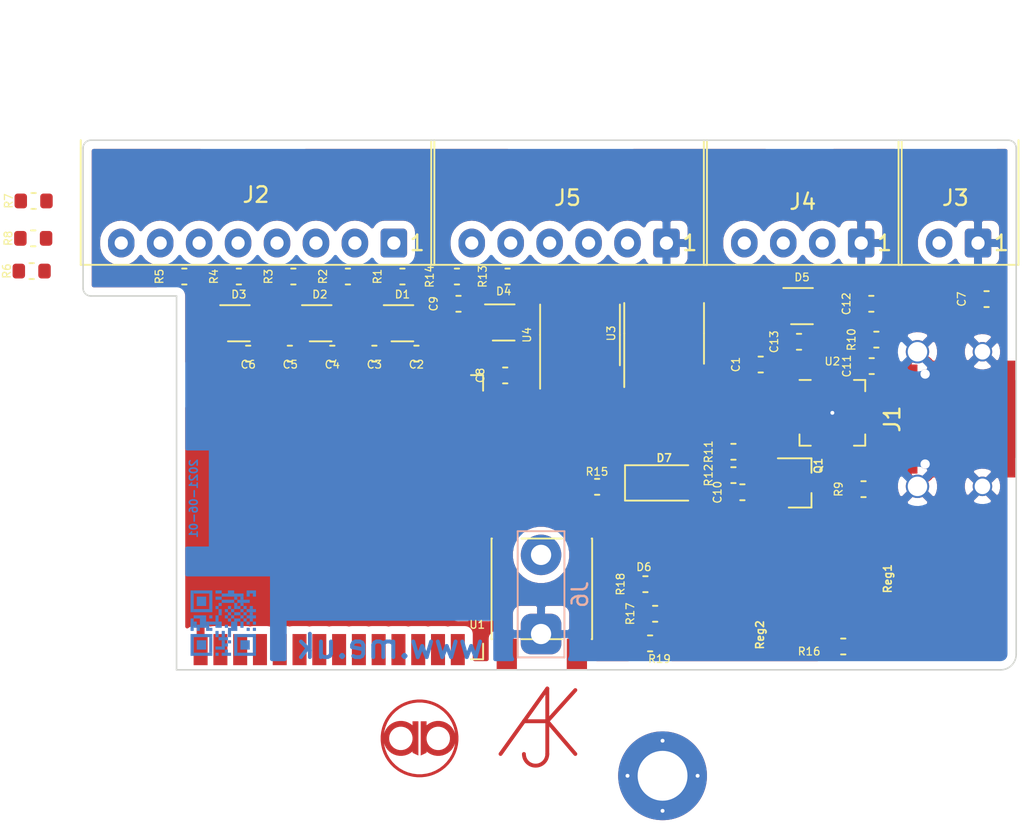
<source format=kicad_pcb>
(kicad_pcb (version 20171130) (host pcbnew "(5.1.9-0-10_14)")
  (title_block (title "Remote I/O") (date 2021-07-20) (rev 1) (company "Adrian Kennard Andrews & Arnold Ltd") (comment 1 www.me.uk))
  (layers (0 F.Cu signal) (31 B.Cu signal) (34 B.Paste user) (35 F.Paste user) (36 B.SilkS user) (37 F.SilkS user) (38 B.Mask user hide) (39 F.Mask user hide) (44 Edge.Cuts user))
  (net 0 "")
  (net 1 +3V3)
  (net 2 VBUS)
  (net 3 GND)
  (net 4 RFTX)
  (net 5 RFRX)
  (net 6 +5V)
  (net 7 D-)
  (net 8 D+)
  (net 9 "Net-(Q1-Pad1)")
  (net 10 OUT1)
  (net 11 SHDN)
  (net 12 O)
  (net 13 I)
  (net 14 "Net-(U1-Pad32)")
  (net 15 IN1)
  (net 16 IN2)
  (net 17 IN3)
  (net 18 "Net-(U1-Pad22)")
  (net 19 "Net-(U1-Pad21)")
  (net 20 "Net-(U1-Pad20)")
  (net 21 "Net-(U1-Pad19)")
  (net 22 "Net-(U1-Pad18)")
  (net 23 "Net-(U1-Pad17)")
  (net 24 "Net-(U1-Pad7)")
  (net 25 EN)
  (net 26 +12V)
  (net 27 "Net-(J1-PadA8)")
  (net 28 "Net-(J1-PadA5)")
  (net 29 "Net-(J1-PadB5)")
  (net 30 "Net-(J1-PadB8)")
  (net 31 "Net-(J5-Pad2)")
  (net 32 "Net-(Q1-Pad3)")
  (net 33 "Net-(U1-Pad5)")
  (net 34 "Net-(U1-Pad4)")
  (net 35 TAMPER)
  (net 36 "Net-(U2-Pad16)")
  (net 37 "Net-(U2-Pad14)")
  (net 38 "Net-(U2-Pad7)")
  (net 39 IN4)
  (net 40 IN5)
  (net 41 IN6)
  (net 42 "Net-(J5-Pad3)")
  (net 43 "Net-(J2-Pad4)")
  (net 44 "Net-(J2-Pad3)")
  (net 45 BOOT)
  (net 46 IN7)
  (net 47 IN8)
  (net 48 "Net-(C10-Pad1)")
  (net 49 "Net-(C11-Pad1)")
  (net 50 "Net-(D6-Pad4)")
  (net 51 "Net-(D6-Pad3)")
  (net 52 "Net-(D6-Pad2)")
  (net 53 "Net-(J2-Pad8)")
  (net 54 "Net-(J2-Pad7)")
  (net 55 "Net-(J2-Pad6)")
  (net 56 "Net-(J2-Pad5)")
  (net 57 "Net-(J2-Pad2)")
  (net 58 "Net-(J2-Pad1)")
  (net 59 "Net-(J4-Pad4)")
  (net 60 "Net-(J4-Pad3)")
  (net 61 "Net-(J5-Pad6)")
  (net 62 "Net-(J5-Pad5)")
  (net 63 "Net-(J5-Pad4)")
  (net 64 R)
  (net 65 G)
  (net 66 B)
  (net 67 OUT3)
  (net 68 OUT2)
  (net 69 OUT4)
  (net 70 USB)
  (net 71 "Net-(U3-Pad8)")
  (net 72 "Net-(U3-Pad1)")
  (net 73 "Net-(U4-Pad8)")
  (net 74 "Net-(U4-Pad1)")
  (module RevK:AA (layer F.Cu) (at 121.6 106.8)
    (fp_text reference U5 hide)
    (fp_text value AA hide)
    (pad 1 smd custom (at 0 0) (size 0.2 0.2) (layers F.Cu) (clearance 0.3) (options (clearance outline) (anchor circle)) (primitives (gr_circle (center 0 -2.4) (end 2.4 -2.4) (width 0.2)) (gr_circle (center 1.2 -2.4) (end 2.1375 -2.4) (width 0.375)) (gr_circle (center -1.2 -2.4) (end -0.2625 -2.4) (width 0.375)) (gr_poly (pts (xy -0.075 -3.5) (xy -0.075 -1.3) (xy -0.45 -1.475) (xy -0.45 -3.5)) (width 0)) (gr_poly (pts (xy 0.075 -3.5) (xy 0.075 -1.3) (xy 0.45 -1.475) (xy 0.45 -3.5)) (width 0))))
  )
  (module Package_SO:SO-8_3.9x4.9mm_P1.27mm (layer F.Cu) (at 131.9 78.5 90)
    (fp_text reference U4 (at 0 -3.4 90) (layer F.SilkS) (effects (font (size 0.5 0.5) (thickness 0.08))))
    (fp_text value ISL89410)
    (pad 8 smd roundrect (at 2.575 -1.905 90) (size 1.75 0.6) (layers F.Cu F.Paste F.Mask) (net 73 "Net-(U4-Pad8)"))
    (pad 7 smd roundrect (at 2.575 -0.635 90) (size 1.75 0.6) (layers F.Cu F.Paste F.Mask) (net 62 "Net-(J5-Pad5)"))
    (pad 6 smd roundrect (at 2.575 0.635 90) (size 1.75 0.6) (layers F.Cu F.Paste F.Mask) (net 31 "Net-(J5-Pad2)"))
    (pad 5 smd roundrect (at 2.575 1.905 90) (size 1.75 0.6) (layers F.Cu F.Paste F.Mask) (net 61 "Net-(J5-Pad6)"))
    (pad 4 smd roundrect (at -2.575 1.905 90) (size 1.75 0.6) (layers F.Cu F.Paste F.Mask) (net 69 OUT4))
    (pad 3 smd roundrect (at -2.575 0.635 90) (size 1.75 0.6) (layers F.Cu F.Paste F.Mask) (net 3 GND))
    (pad 2 smd roundrect (at -2.575 -0.635 90) (size 1.75 0.6) (layers F.Cu F.Paste F.Mask) (net 67 OUT3))
    (pad 1 smd roundrect (at -2.575 -1.905 90) (size 1.75 0.6) (layers F.Cu F.Paste F.Mask) (net 74 "Net-(U4-Pad1)"))
  )
  (module Package_SO:SO-8_3.9x4.9mm_P1.27mm (layer F.Cu) (at 137.3 78.4 90)
    (fp_text reference U3 (at 0 -3.4 90) (layer F.SilkS) (effects (font (size 0.5 0.5) (thickness 0.08))))
    (fp_text value ISL89410)
    (pad 8 smd roundrect (at 2.575 -1.905 90) (size 1.75 0.6) (layers F.Cu F.Paste F.Mask) (net 71 "Net-(U3-Pad8)"))
    (pad 7 smd roundrect (at 2.575 -0.635 90) (size 1.75 0.6) (layers F.Cu F.Paste F.Mask) (net 42 "Net-(J5-Pad3)"))
    (pad 6 smd roundrect (at 2.575 0.635 90) (size 1.75 0.6) (layers F.Cu F.Paste F.Mask) (net 31 "Net-(J5-Pad2)"))
    (pad 5 smd roundrect (at 2.575 1.905 90) (size 1.75 0.6) (layers F.Cu F.Paste F.Mask) (net 63 "Net-(J5-Pad4)"))
    (pad 4 smd roundrect (at -2.575 1.905 90) (size 1.75 0.6) (layers F.Cu F.Paste F.Mask) (net 68 OUT2))
    (pad 3 smd roundrect (at -2.575 0.635 90) (size 1.75 0.6) (layers F.Cu F.Paste F.Mask) (net 3 GND))
    (pad 2 smd roundrect (at -2.575 -0.635 90) (size 1.75 0.6) (layers F.Cu F.Paste F.Mask) (net 10 OUT1))
    (pad 1 smd roundrect (at -2.575 -1.905 90) (size 1.75 0.6) (layers F.Cu F.Paste F.Mask) (net 72 "Net-(U3-Pad1)"))
  )
  (module RevK:QFN-20-1EP_4x4mm_P0.5mm_EP2.5x2.5mm (layer F.Cu) (at 148.1 83.5)
    (fp_text reference U2 (at 0 -3.3) (layer F.SilkS) (effects (font (size 0.5 0.5) (thickness 0.08))))
    (fp_text value FT231XQ)
    (pad 21 thru_hole circle (at 0 0) (size 0.35 0.35) (drill 0.25) (layers *.Cu *.Mask) (net 3 GND) (clearance 0.1))
    (pad 21 smd custom (at 0 0) (size 1 1) (layers F.Cu F.Mask) (net 3 GND) (options (clearance outline) (anchor rect)) (primitives (gr_poly (pts (xy -1 -0.75) (xy -1 1) (xy 1 1) (xy 1 -1) (xy -0.75 -1)) (width 0))))
    (pad 20 smd roundrect (at -1 -1.9) (size 0.25 0.7) (layers F.Cu F.Paste F.Mask) (net 1 +3V3))
    (pad 19 smd roundrect (at -0.5 -1.9) (size 0.25 0.7) (layers F.Cu F.Paste F.Mask) (net 25 EN))
    (pad 18 smd roundrect (at 0 -1.9) (size 0.25 0.7) (layers F.Cu F.Paste F.Mask) (net 45 BOOT))
    (pad 17 smd roundrect (at 0.5 -1.9) (size 0.25 0.7) (layers F.Cu F.Paste F.Mask) (net 13 I))
    (pad 16 smd roundrect (at 1 -1.9) (size 0.25 0.7) (layers F.Cu F.Paste F.Mask) (net 36 "Net-(U2-Pad16)"))
    (pad 15 smd roundrect (at 1.9 -1) (size 0.7 0.25) (layers F.Cu F.Paste F.Mask) (net 70 USB))
    (pad 14 smd roundrect (at 1.9 -0.5) (size 0.7 0.25) (layers F.Cu F.Paste F.Mask) (net 37 "Net-(U2-Pad14)"))
    (pad 13 smd roundrect (at 1.9 0) (size 0.7 0.25) (layers F.Cu F.Paste F.Mask) (net 3 GND))
    (pad 12 smd roundrect (at 1.9 0.5) (size 0.7 0.25) (layers F.Cu F.Paste F.Mask) (net 1 +3V3))
    (pad 11 smd roundrect (at 1.9 1) (size 0.7 0.25) (layers F.Cu F.Paste F.Mask) (net 1 +3V3))
    (pad 10 smd roundrect (at 1 1.9) (size 0.25 0.7) (layers F.Cu F.Paste F.Mask) (net 1 +3V3))
    (pad 9 smd roundrect (at 0.5 1.9) (size 0.25 0.7) (layers F.Cu F.Paste F.Mask) (net 7 D-))
    (pad 8 smd roundrect (at 0 1.9) (size 0.25 0.7) (layers F.Cu F.Paste F.Mask) (net 8 D+))
    (pad 7 smd roundrect (at -0.5 1.9) (size 0.25 0.7) (layers F.Cu F.Paste F.Mask) (net 38 "Net-(U2-Pad7)"))
    (pad 6 smd roundrect (at -1 1.9) (size 0.25 0.7) (layers F.Cu F.Paste F.Mask) (net 3 GND))
    (pad 5 smd roundrect (at -1.9 1) (size 0.7 0.25) (layers F.Cu F.Paste F.Mask) (net 3 GND))
    (pad 4 smd roundrect (at -1.9 0.5) (size 0.7 0.25) (layers F.Cu F.Paste F.Mask) (net 3 GND))
    (pad 3 smd roundrect (at -1.9 0) (size 0.7 0.25) (layers F.Cu F.Paste F.Mask) (net 3 GND))
    (pad 2 smd roundrect (at -1.9 -0.5) (size 0.7 0.25) (layers F.Cu F.Paste F.Mask) (net 3 GND))
    (pad 1 smd roundrect (at -1.9 -1) (size 0.7 0.25) (layers F.Cu F.Paste F.Mask) (net 12 O))
  )
  (module RevK:ESP32-WROOM-32 (layer F.Cu) (at 115.8 90.2 90)
    (fp_text reference U1 (at -6.9 9.5) (layer F.SilkS) (effects (font (size 0.5 0.5) (thickness 0.08))))
    (fp_text value ESP32-WROOM-32)
    (pad 38 smd rect (at 8.5 -8.255 90) (size 2 0.9) (layers F.Cu F.Paste F.Mask) (net 3 GND))
    (pad 37 smd rect (at 8.5 -6.985 90) (size 2 0.9) (layers F.Cu F.Paste F.Mask) (net 41 IN6))
    (pad 36 smd rect (at 8.5 -5.715 90) (size 2 0.9) (layers F.Cu F.Paste F.Mask) (net 40 IN5))
    (pad 35 smd rect (at 8.5 -4.445 90) (size 2 0.9) (layers F.Cu F.Paste F.Mask) (net 12 O))
    (pad 34 smd rect (at 8.5 -3.175 90) (size 2 0.9) (layers F.Cu F.Paste F.Mask) (net 13 I))
    (pad 33 smd rect (at 8.5 -1.905 90) (size 2 0.9) (layers F.Cu F.Paste F.Mask) (net 39 IN4))
    (pad 32 smd rect (at 8.5 -0.635 90) (size 2 0.9) (layers F.Cu F.Paste F.Mask) (net 14 "Net-(U1-Pad32)"))
    (pad 31 smd rect (at 8.5 0.635 90) (size 2 0.9) (layers F.Cu F.Paste F.Mask) (net 17 IN3))
    (pad 30 smd rect (at 8.5 1.905 90) (size 2 0.9) (layers F.Cu F.Paste F.Mask) (net 16 IN2))
    (pad 29 smd rect (at 8.5 3.175 90) (size 2 0.9) (layers F.Cu F.Paste F.Mask) (net 15 IN1))
    (pad 28 smd rect (at 8.5 4.445 90) (size 2 0.9) (layers F.Cu F.Paste F.Mask) (net 4 RFTX))
    (pad 27 smd rect (at 8.5 5.715 90) (size 2 0.9) (layers F.Cu F.Paste F.Mask) (net 5 RFRX))
    (pad 26 smd rect (at 8.5 6.985 90) (size 2 0.9) (layers F.Cu F.Paste F.Mask) (net 11 SHDN))
    (pad 25 smd rect (at 8.5 8.255 90) (size 2 0.9) (layers F.Cu F.Paste F.Mask) (net 45 BOOT))
    (pad 24 smd rect (at 5.715 9.255 180) (size 2 0.9) (layers F.Cu F.Paste F.Mask) (net 67 OUT3))
    (pad 23 smd rect (at 4.445 9.255 180) (size 2 0.9) (layers F.Cu F.Paste F.Mask) (net 10 OUT1))
    (pad 22 smd rect (at 3.175 9.255 180) (size 2 0.9) (layers F.Cu F.Paste F.Mask) (net 18 "Net-(U1-Pad22)"))
    (pad 21 smd rect (at 1.905 9.255 180) (size 2 0.9) (layers F.Cu F.Paste F.Mask) (net 19 "Net-(U1-Pad21)"))
    (pad 20 smd rect (at 0.635 9.255 180) (size 2 0.9) (layers F.Cu F.Paste F.Mask) (net 20 "Net-(U1-Pad20)"))
    (pad 19 smd rect (at -0.635 9.255 180) (size 2 0.9) (layers F.Cu F.Paste F.Mask) (net 21 "Net-(U1-Pad19)"))
    (pad 18 smd rect (at -1.905 9.255 180) (size 2 0.9) (layers F.Cu F.Paste F.Mask) (net 22 "Net-(U1-Pad18)"))
    (pad 17 smd rect (at -3.175 9.255 180) (size 2 0.9) (layers F.Cu F.Paste F.Mask) (net 23 "Net-(U1-Pad17)"))
    (pad 16 smd rect (at -4.445 9.255 180) (size 2 0.9) (layers F.Cu F.Paste F.Mask) (net 35 TAMPER))
    (pad 15 smd rect (at -5.715 9.255 180) (size 2 0.9) (layers F.Cu F.Paste F.Mask) (net 3 GND))
    (pad 14 smd rect (at -8.5 8.255 90) (size 2 0.9) (layers F.Cu F.Paste F.Mask) (net 68 OUT2))
    (pad 13 smd rect (at -8.5 6.985 90) (size 2 0.9) (layers F.Cu F.Paste F.Mask) (net 64 R))
    (pad 12 smd rect (at -8.5 5.715 90) (size 2 0.9) (layers F.Cu F.Paste F.Mask) (net 69 OUT4))
    (pad 11 smd rect (at -8.5 4.445 90) (size 2 0.9) (layers F.Cu F.Paste F.Mask) (net 47 IN8))
    (pad 10 smd rect (at -8.5 3.175 90) (size 2 0.9) (layers F.Cu F.Paste F.Mask) (net 46 IN7))
    (pad 9 smd rect (at -8.5 1.905 90) (size 2 0.9) (layers F.Cu F.Paste F.Mask) (net 65 G))
    (pad 8 smd rect (at -8.5 0.635 90) (size 2 0.9) (layers F.Cu F.Paste F.Mask) (net 70 USB))
    (pad 7 smd rect (at -8.5 -0.635 90) (size 2 0.9) (layers F.Cu F.Paste F.Mask) (net 24 "Net-(U1-Pad7)"))
    (pad 6 smd rect (at -8.5 -1.905 90) (size 2 0.9) (layers F.Cu F.Paste F.Mask) (net 66 B))
    (pad 5 smd rect (at -8.5 -3.175 90) (size 2 0.9) (layers F.Cu F.Paste F.Mask) (net 33 "Net-(U1-Pad5)"))
    (pad 4 smd rect (at -8.5 -4.445 90) (size 2 0.9) (layers F.Cu F.Paste F.Mask) (net 34 "Net-(U1-Pad4)"))
    (pad 3 smd rect (at -8.5 -5.715 90) (size 2 0.9) (layers F.Cu F.Paste F.Mask) (net 25 EN))
    (pad 2 smd rect (at -8.5 -6.985 90) (size 2 0.9) (layers F.Cu F.Paste F.Mask) (net 1 +3V3))
    (pad 1 smd rect (at -8.5 -8.255 90) (size 2 0.9) (layers F.Cu F.Paste F.Mask) (net 3 GND))
    (pad 39 smd rect (at -1 -0.755 90) (size 5 5) (layers F.Cu F.Mask) (net 3 GND))
  )
  (module RevK:RegulatorBlock (layer F.Cu) (at 154.8 94.1 90)
    (fp_text reference Reg1 (at -0.05 -3.15 270) (layer F.SilkS) (effects (font (size 0.5 0.5) (thickness 0.1))))
    (fp_text value 3.3V)
    (fp_arc (start -1.35 0.15) (end -1 0.15) (angle -90) (layer F.Cu) (width 0.25))
    (fp_arc (start -1.35 -1.45) (end -1.35 -1.1) (angle -90) (layer F.Cu) (width 0.25))
    (fp_line (start -1 1.9) (end -1 0.7) (layer F.Cu) (width 0.5))
    (fp_line (start -1 0.7) (end 0.5 0.7) (layer F.Cu) (width 0.5))
    (fp_line (start -3.85 -0.2) (end -1.35 -0.2) (layer F.Cu) (width 0.25))
    (fp_line (start -3.95 -1.1) (end -1.35 -1.1) (layer F.Cu) (width 0.25))
    (pad 4 smd custom (at -2.9 -2 90) (size 0.6 1.1) (layers F.Cu) (net 1 +3V3) (clearance 0.2) (options (clearance outline) (anchor rect)) (primitives (gr_arc (start 1.295 -0.455) (end 1.295 -1.575) (angle -90) (width 0.25)) (gr_line (start 1.295 -1.575) (end 4.64 -1.575) (width 0.25)) (gr_arc (start 4.64 -0.455) (end 5.76 -0.455) (angle -90) (width 0.25)) (gr_line (start 5.76 -0.455) (end 6.35 1.4) (width 0.25))))
    (pad 2 smd custom (at -3.01 1.9 90) (size 0.1 0.1) (layers F.Cu) (net 26 +12V) (options (clearance outline) (anchor rect)) (primitives (gr_arc (start 0 -1) (end 1 -1) (angle 90) (width 0.5))))
    (pad 3 smd custom (at -3.05 3.85 90) (size 0.1 0.1) (layers F.Cu) (net 3 GND) (clearance 0.2) (options (clearance outline) (anchor rect)) (primitives (gr_line (start 0 0) (end 6.6 0) (width 0.5)) (gr_line (start 4.8625 0) (end 4.8625 -1.6) (width 0.5)) (gr_line (start 5 -1.6) (end 5 -6.4) (width 0.5)) (gr_arc (start 4.55 -6.4) (end 5 -6.4) (angle -90) (width 0.5)) (gr_line (start 4.55 -6.85) (end 1.55 -6.85) (width 0.5)) (gr_arc (start 1.55 -6.4) (end 1.55 -6.85) (angle -90) (width 0.5)) (gr_line (start 1.1 -6.4) (end 1.1 -5.9) (width 0.5))))
    (pad 4 smd rect (at 3.45 0.15 90) (size 0.5 4) (layers F.Cu) (net 1 +3V3))
    (pad ~ smd rect (at -1 -2 180) (size 1.1 0.6) (layers F.Cu F.Paste F.Mask) (clearance 0.2))
    (pad 4 smd rect (at -2.9 -2 90) (size 0.6 1.1) (layers F.Cu F.Paste F.Mask) (net 1 +3V3) (clearance 0.2))
    (pad 3 smd rect (at -1.95 -2 180) (size 1.1 0.6) (layers F.Cu F.Paste F.Mask) (net 3 GND) (clearance 0.2))
    (pad 1 smd rect (at -2.9 0.7 180) (size 1.1 0.6) (layers F.Cu F.Paste F.Mask) (net 26 +12V) (clearance 0.2))
    (pad 2 smd rect (at -1.95 0.7 180) (size 1.1 0.6) (layers F.Cu F.Paste F.Mask) (net 26 +12V) (clearance 0.2))
    (pad ~ smd rect (at -1 0.7 180) (size 1.1 0.6) (layers F.Cu F.Paste F.Mask) (clearance 0.2))
    (pad 4 smd roundrect (at 3.45 1.95) (size 1 1.45) (layers F.Cu F.Paste F.Mask) (net 1 +3V3) (clearance 0.2))
    (pad 3 smd roundrect (at 3.45 3.85) (size 1 1.45) (layers F.Cu F.Paste F.Mask) (net 3 GND))
    (pad 3 smd roundrect (at -2.8 3.85) (size 1 1.45) (layers F.Cu F.Paste F.Mask) (net 3 GND))
    (pad 2 smd roundrect (at -2.8 1.95) (size 1 1.45) (layers F.Cu F.Paste F.Mask) (net 26 +12V) (clearance 0.2))
    (pad ~ smd roundrect (at -4.05 -1.425 180) (size 0.9 0.95) (layers F.Cu F.Paste F.Mask))
    (pad ~ smd roundrect (at -4.05 0.125 180) (size 0.9 0.95) (layers F.Cu F.Paste F.Mask))
    (pad ~ smd roundrect (at -1.1625 2.52 90) (size 1.425 1.75) (layers F.Cu F.Paste F.Mask) (roundrect_rratio 0.175) (clearance 0.2))
    (pad 3 smd roundrect (at 1.8125 2.52 90) (size 1.425 1.75) (layers F.Cu F.Paste F.Mask) (roundrect_rratio 0.175) (net 3 GND) (clearance 0.2))
    (pad 4 smd rect (at 3.45 -0.6 180) (size 3.7 1.425) (layers F.Cu F.Mask) (net 1 +3V3))
    (pad ~ smd rect (at 0.45 -0.6 180) (size 3.7 1.425) (layers F.Cu F.Mask) (clearance 0.2))
  )
  (module RevK:R_0603 (layer F.Cu) (at 136.1 94.5)
    (fp_text reference R18 (at -1.6 0 90) (layer F.SilkS) (effects (font (size 0.5 0.5) (thickness 0.08))))
    (fp_text value 2K)
    (pad 2 smd roundrect (at 0.825 0) (size 0.8 0.95) (layers F.Cu F.Paste F.Mask) (net 65 G))
    (pad 1 smd roundrect (at -0.825 0) (size 0.8 0.95) (layers F.Cu F.Paste F.Mask) (net 51 "Net-(D6-Pad3)"))
  )
  (module RevK:R_0603 (layer F.Cu) (at 136.725 96.4)
    (fp_text reference R17 (at -1.6 0 90) (layer F.SilkS) (effects (font (size 0.5 0.5) (thickness 0.08))))
    (fp_text value 732R)
    (pad 2 smd roundrect (at 0.825 0) (size 0.8 0.95) (layers F.Cu F.Paste F.Mask) (net 64 R))
    (pad 1 smd roundrect (at -0.825 0) (size 0.8 0.95) (layers F.Cu F.Paste F.Mask) (net 52 "Net-(D6-Pad2)"))
  )
  (module RevK:R_0603 (layer F.Cu) (at 150.925 78.8)
    (fp_text reference R10 (at -1.6 0 90) (layer F.SilkS) (effects (font (size 0.5 0.5) (thickness 0.08))))
    (fp_text value 5K1)
    (pad 2 smd roundrect (at 0.825 0) (size 0.8 0.95) (layers F.Cu F.Paste F.Mask) (net 29 "Net-(J1-PadB5)"))
    (pad 1 smd roundrect (at -0.825 0) (size 0.8 0.95) (layers F.Cu F.Paste F.Mask) (net 3 GND))
  )
  (module RevK:R_0603 (layer F.Cu) (at 150.1 88.4)
    (fp_text reference R9 (at -1.6 0 90) (layer F.SilkS) (effects (font (size 0.5 0.5) (thickness 0.08))))
    (fp_text value 5K1)
    (pad 2 smd roundrect (at 0.825 0) (size 0.8 0.95) (layers F.Cu F.Paste F.Mask) (net 3 GND))
    (pad 1 smd roundrect (at -0.825 0) (size 0.8 0.95) (layers F.Cu F.Paste F.Mask) (net 28 "Net-(J1-PadA5)"))
  )
  (module RevK:R_0603 (layer F.Cu) (at 96.8 72.3)
    (fp_text reference R8 (at -1.6 0 90) (layer F.SilkS) (effects (font (size 0.5 0.5) (thickness 0.08))))
    (fp_text value 100R)
    (pad 2 smd roundrect (at 0.825 0) (size 0.8 0.95) (layers F.Cu F.Paste F.Mask) (net 47 IN8))
    (pad 1 smd roundrect (at -0.825 0) (size 0.8 0.95) (layers F.Cu F.Paste F.Mask) (net 53 "Net-(J2-Pad8)"))
  )
  (module RevK:R_0603 (layer F.Cu) (at 96.825 69.9)
    (fp_text reference R7 (at -1.6 0 90) (layer F.SilkS) (effects (font (size 0.5 0.5) (thickness 0.08))))
    (fp_text value 100R)
    (pad 2 smd roundrect (at 0.825 0) (size 0.8 0.95) (layers F.Cu F.Paste F.Mask) (net 46 IN7))
    (pad 1 smd roundrect (at -0.825 0) (size 0.8 0.95) (layers F.Cu F.Paste F.Mask) (net 54 "Net-(J2-Pad7)"))
  )
  (module RevK:R_0603 (layer F.Cu) (at 96.7 74.4)
    (fp_text reference R6 (at -1.6 0 90) (layer F.SilkS) (effects (font (size 0.5 0.5) (thickness 0.08))))
    (fp_text value 100R)
    (pad 2 smd roundrect (at 0.825 0) (size 0.8 0.95) (layers F.Cu F.Paste F.Mask) (net 41 IN6))
    (pad 1 smd roundrect (at -0.825 0) (size 0.8 0.95) (layers F.Cu F.Paste F.Mask) (net 55 "Net-(J2-Pad6)"))
  )
  (module RevK:Molex_MiniSPOX_H6RA (layer F.Cu) (at 131.2 72.6 180)
    (fp_text reference J5 (at 0.1 2.9) (layer F.SilkS))
    (fp_text value OUTPUTS)
    (fp_text user 1 (at -7.75 0) (layer F.SilkS))
    (pad 6 thru_hole oval (at 6.25 0 180) (size 1.7 1.85) (drill 0.85) (layers *.Cu *.Mask) (net 61 "Net-(J5-Pad6)"))
    (pad 5 thru_hole oval (at 3.75 0 180) (size 1.7 1.85) (drill 0.85) (layers *.Cu *.Mask) (net 62 "Net-(J5-Pad5)"))
    (pad 4 thru_hole oval (at 1.25 0 180) (size 1.7 1.85) (drill 0.85) (layers *.Cu *.Mask) (net 63 "Net-(J5-Pad4)"))
    (pad 3 thru_hole oval (at -1.25 0 180) (size 1.7 1.85) (drill 0.85) (layers *.Cu *.Mask) (net 42 "Net-(J5-Pad3)"))
    (pad 2 thru_hole oval (at -3.75 0 180) (size 1.7 1.85) (drill 0.85) (layers *.Cu *.Mask) (net 31 "Net-(J5-Pad2)"))
    (pad 1 thru_hole roundrect (at -6.25 0 180) (size 1.7 1.85) (drill 0.85) (layers *.Cu *.Mask) (roundrect_rratio 0.147059) (net 3 GND))
  )
  (module RevK:Molex_MiniSPOX_H2RA (layer F.Cu) (at 156.2 72.6 180)
    (fp_text reference J3 (at 0.2 2.9) (layer F.SilkS))
    (fp_text value POWER)
    (fp_text user 1 (at -2.75 0) (layer F.SilkS))
    (pad 2 thru_hole oval (at 1.25 0 180) (size 1.7 1.85) (drill 0.85) (layers *.Cu *.Mask) (net 26 +12V))
    (pad 1 thru_hole roundrect (at -1.25 0 180) (size 1.7 1.85) (drill 0.85) (layers *.Cu *.Mask) (roundrect_rratio 0.147059) (net 3 GND))
  )
  (module RevK:Molex_MiniSPOX_H8RA (layer F.Cu) (at 111.2 72.6 180)
    (fp_text reference J2 (at 0.1 3.1) (layer F.SilkS))
    (fp_text value INPUTS)
    (fp_text user 1 (at -10.25 0) (layer F.SilkS))
    (pad 8 thru_hole oval (at 8.75 0 180) (size 1.7 1.85) (drill 0.85) (layers *.Cu *.Mask) (net 53 "Net-(J2-Pad8)"))
    (pad 7 thru_hole oval (at 6.25 0 180) (size 1.7 1.85) (drill 0.85) (layers *.Cu *.Mask) (net 54 "Net-(J2-Pad7)"))
    (pad 6 thru_hole oval (at 3.75 0 180) (size 1.7 1.85) (drill 0.85) (layers *.Cu *.Mask) (net 55 "Net-(J2-Pad6)"))
    (pad 5 thru_hole oval (at 1.25 0 180) (size 1.7 1.85) (drill 0.85) (layers *.Cu *.Mask) (net 56 "Net-(J2-Pad5)"))
    (pad 4 thru_hole oval (at -1.25 0 180) (size 1.7 1.85) (drill 0.85) (layers *.Cu *.Mask) (net 43 "Net-(J2-Pad4)"))
    (pad 3 thru_hole oval (at -3.75 0 180) (size 1.7 1.85) (drill 0.85) (layers *.Cu *.Mask) (net 44 "Net-(J2-Pad3)"))
    (pad 2 thru_hole oval (at -6.25 0 180) (size 1.7 1.85) (drill 0.85) (layers *.Cu *.Mask) (net 57 "Net-(J2-Pad2)"))
    (pad 1 thru_hole roundrect (at -8.75 0 180) (size 1.7 1.85) (drill 0.85) (layers *.Cu *.Mask) (roundrect_rratio 0.147059) (net 58 "Net-(J2-Pad1)"))
  )
  (module RevK:USC16-TR-Round (layer F.Cu) (at 159.845 83.9 90)
    (fp_text reference J1 (at 0 -7.9 90) (layer F.SilkS))
    (fp_text value USB-C)
    (pad S1 smd rect (at 0 -2.745 90) (size 5 5.49) (layers F.Cu F.Mask) (net 3 GND))
    (pad S1 smd custom (at 0 -2.745 90) (size 5 5.49) (layers F.Cu) (net 3 GND) (options (clearance outline) (anchor rect)) (primitives (gr_arc (start 0 -3.045) (end -2.89 -3.045) (angle -180) (width 0.25)) (gr_arc (start 0 -6) (end -4.32 -3.535) (angle -120) (width 0.25)) (gr_arc (start -3.2 -3.3) (end -3.2 -4.115) (angle -180) (width 0.25)) (gr_arc (start 3.2 -3.3) (end 3.2 -4.115) (angle 180) (width 0.25)) (gr_arc (start 0 4.955) (end -4.32 0.635) (angle 90) (width 0.25)) (gr_poly (pts (xy -3.75 -2.745) (xy 3.75 -2.745) (xy 3.75 0.085) (xy -3.75 0.085)) (width 0)) (gr_poly (pts (xy -3.75 2.745) (xy 3.75 2.745) (xy 3.75 1.185) (xy -3.75 1.185)) (width 0))))
    (pad A12 smd rect (at 3.2 -6.86 90) (size 0.6 1.14) (layers F.Cu) (net 3 GND))
    (pad A4 smd rect (at -2.4 -6.86 90) (size 0.6 1.14) (layers F.Cu F.Paste F.Mask) (net 2 VBUS))
    (pad B12 smd rect (at -3.2 -6.86 90) (size 0.6 1.14) (layers F.Cu) (net 3 GND))
    (pad B4 smd rect (at 2.4 -6.86 90) (size 0.6 1.14) (layers F.Cu F.Paste F.Mask) (net 2 VBUS))
    (pad S1 thru_hole circle (at 4.32 -2.11 90) (size 1.25 1.25) (drill 1) (layers *.Cu *.Mask) (net 3 GND))
    (pad S1 thru_hole circle (at -4.32 -2.11 90) (size 1.25 1.25) (drill 1) (layers *.Cu *.Mask) (net 3 GND))
    (pad S1 thru_hole circle (at 4.32 -6.28 90) (size 1.5 1.5) (drill 1.25) (layers *.Cu *.Mask) (net 3 GND))
    (pad S1 thru_hole circle (at -4.32 -6.28 90) (size 1.5 1.5) (drill 1.25) (layers *.Cu *.Mask) (net 3 GND))
    (pad A7 smd rect (at 0.25 -6.86 90) (size 0.3 1.14) (layers F.Cu F.Paste F.Mask) (net 49 "Net-(C11-Pad1)"))
    (pad A6 smd rect (at -0.25 -6.86 90) (size 0.3 1.14) (layers F.Cu F.Paste F.Mask) (net 48 "Net-(C10-Pad1)"))
    (pad B6 smd rect (at 0.75 -6.86 90) (size 0.3 1.14) (layers F.Cu F.Paste F.Mask) (net 48 "Net-(C10-Pad1)"))
    (pad B7 smd rect (at -0.75 -6.86 90) (size 0.3 1.14) (layers F.Cu F.Paste F.Mask) (net 49 "Net-(C11-Pad1)"))
    (pad A8 smd rect (at 1.25 -6.86 90) (size 0.3 1.14) (layers F.Cu F.Paste F.Mask) (net 27 "Net-(J1-PadA8)"))
    (pad A5 smd rect (at -1.25 -6.86 90) (size 0.3 1.14) (layers F.Cu F.Paste F.Mask) (net 28 "Net-(J1-PadA5)"))
    (pad B5 smd rect (at 1.75 -6.86 90) (size 0.3 1.14) (layers F.Cu F.Paste F.Mask) (net 29 "Net-(J1-PadB5)"))
    (pad B8 smd rect (at -1.75 -6.86 90) (size 0.3 1.14) (layers F.Cu F.Paste F.Mask) (net 30 "Net-(J1-PadB8)"))
    (pad A9 smd rect (at 2.4 -6.86 90) (size 0.6 1.14) (layers F.Cu) (net 2 VBUS))
    (pad B9 smd rect (at -2.4 -6.86 90) (size 0.6 1.14) (layers F.Cu) (net 2 VBUS))
    (pad B1 smd rect (at 3.2 -6.86 90) (size 0.6 1.14) (layers F.Cu F.Paste F.Mask) (net 3 GND))
    (pad S1 thru_hole circle (at 2.89 -5.79 90) (size 0.6 0.6) (drill 0.6) (layers *.Cu F.Mask) (net 3 GND))
    (pad S1 thru_hole circle (at -2.89 -5.79 90) (size 0.6 0.6) (drill 0.6) (layers *.Cu F.Mask) (net 3 GND))
    (pad A1 smd rect (at -3.2 -6.86 90) (size 0.6 1.14) (layers F.Cu F.Paste F.Mask) (net 3 GND))
  )
  (module RevK:LED-RGB-1.6x1.6 (layer F.Cu) (at 136 91.9)
    (fp_text reference D6 (at 0 1.5) (layer F.SilkS) (effects (font (size 0.5 0.5) (thickness 0.08))))
    (fp_text value LED_RGBA)
    (pad 4 smd rect (at 0.875 -0.5) (size 0.85 0.5) (layers F.Cu F.Paste F.Mask) (net 50 "Net-(D6-Pad4)"))
    (pad 3 smd rect (at -0.875 -0.5) (size 0.85 0.5) (layers F.Cu F.Paste F.Mask) (net 51 "Net-(D6-Pad3)"))
    (pad 2 smd rect (at -0.875 0.5) (size 0.85 0.5) (layers F.Cu F.Paste F.Mask) (net 52 "Net-(D6-Pad2)"))
    (pad 1 smd rect (at 0.875 0.5) (size 0.85 0.5) (layers F.Cu F.Paste F.Mask) (net 1 +3V3))
  )
  (module Package_TO_SOT_SMD:SOT-363_SC-70-6 (layer F.Cu) (at 127 77.7)
    (fp_text reference D4 (at 0 -2) (layer F.SilkS) (effects (font (size 0.5 0.5) (thickness 0.08))))
    (fp_text value BAV99S)
    (pad 6 smd rect (at 0.95 -0.65) (size 0.65 0.4) (layers F.Cu F.Paste F.Mask) (net 46 IN7))
    (pad 4 smd rect (at 0.95 0.65) (size 0.65 0.4) (layers F.Cu F.Paste F.Mask) (net 3 GND))
    (pad 2 smd rect (at -0.95 0) (size 0.65 0.4) (layers F.Cu F.Paste F.Mask) (net 1 +3V3))
    (pad 5 smd rect (at 0.95 0) (size 0.65 0.4) (layers F.Cu F.Paste F.Mask) (net 1 +3V3))
    (pad 3 smd rect (at -0.95 0.65) (size 0.65 0.4) (layers F.Cu F.Paste F.Mask) (net 47 IN8))
    (pad 1 smd rect (at -0.95 -0.65) (size 0.65 0.4) (layers F.Cu F.Paste F.Mask) (net 3 GND))
  )
  (module RevK:C_0603 (layer F.Cu) (at 150.6 76.5)
    (fp_text reference C12 (at -1.6 0 90) (layer F.SilkS) (effects (font (size 0.5 0.5) (thickness 0.08))))
    (fp_text value 10nF)
    (pad 2 smd roundrect (at 0.775 0) (size 0.9 0.95) (layers F.Cu F.Paste F.Mask) (net 3 GND))
    (pad 1 smd roundrect (at -0.775 0) (size 0.9 0.95) (layers F.Cu F.Paste F.Mask) (net 2 VBUS))
  )
  (module RevK:C_0603 (layer F.Cu) (at 150.625 80.5)
    (fp_text reference C11 (at -1.6 0 90) (layer F.SilkS) (effects (font (size 0.5 0.5) (thickness 0.08))))
    (fp_text value 47pF)
    (pad 2 smd roundrect (at 0.775 0) (size 0.9 0.95) (layers F.Cu F.Paste F.Mask) (net 3 GND))
    (pad 1 smd roundrect (at -0.775 0) (size 0.9 0.95) (layers F.Cu F.Paste F.Mask) (net 49 "Net-(C11-Pad1)"))
  )
  (module RevK:C_0603 (layer F.Cu) (at 142.325 88.6)
    (fp_text reference C10 (at -1.6 0 90) (layer F.SilkS) (effects (font (size 0.5 0.5) (thickness 0.08))))
    (fp_text value 47pF)
    (pad 2 smd roundrect (at 0.775 0) (size 0.9 0.95) (layers F.Cu F.Paste F.Mask) (net 3 GND))
    (pad 1 smd roundrect (at -0.775 0) (size 0.9 0.95) (layers F.Cu F.Paste F.Mask) (net 48 "Net-(C10-Pad1)"))
  )
  (module RevK:C_0603 (layer F.Cu) (at 124.1 76.5)
    (fp_text reference C9 (at -1.6 0 90) (layer F.SilkS) (effects (font (size 0.5 0.5) (thickness 0.08))))
    (fp_text value 33pF)
    (pad 2 smd roundrect (at 0.775 0) (size 0.9 0.95) (layers F.Cu F.Paste F.Mask) (net 3 GND))
    (pad 1 smd roundrect (at -0.775 0) (size 0.9 0.95) (layers F.Cu F.Paste F.Mask) (net 47 IN8))
  )
  (module RevK:C_0603 (layer F.Cu) (at 127.1 81.1)
    (fp_text reference C8 (at -1.6 0 90) (layer F.SilkS) (effects (font (size 0.5 0.5) (thickness 0.08))))
    (fp_text value 33pF)
    (pad 2 smd roundrect (at 0.775 0) (size 0.9 0.95) (layers F.Cu F.Paste F.Mask) (net 3 GND))
    (pad 1 smd roundrect (at -0.775 0) (size 0.9 0.95) (layers F.Cu F.Paste F.Mask) (net 46 IN7))
  )
  (module RevK:C_0603 (layer F.Cu) (at 158 76.2)
    (fp_text reference C7 (at -1.6 0 90) (layer F.SilkS) (effects (font (size 0.5 0.5) (thickness 0.08))))
    (fp_text value 33pF)
    (pad 2 smd roundrect (at 0.775 0) (size 0.9 0.95) (layers F.Cu F.Paste F.Mask) (net 3 GND))
    (pad 1 smd roundrect (at -0.775 0) (size 0.9 0.95) (layers F.Cu F.Paste F.Mask) (net 41 IN6))
  )
  (module RevK:C_0603 (layer F.Cu) (at 143.5 80.4)
    (fp_text reference C1 (at -1.6 0 90) (layer F.SilkS) (effects (font (size 0.5 0.5) (thickness 0.08))))
    (fp_text value 0.1uF)
    (pad 2 smd roundrect (at 0.775 0) (size 0.9 0.95) (layers F.Cu F.Paste F.Mask) (net 3 GND))
    (pad 1 smd roundrect (at -0.775 0) (size 0.9 0.95) (layers F.Cu F.Paste F.Mask) (net 1 +3V3))
  )
  (module RevK:AJK (layer F.Cu) (at 129.8 103.3)
    (fp_text reference AJK1 hide)
    (fp_text value AJK hide)
    (fp_arc (start -0.75 2.1) (end -1.5 2.1) (angle -180) (layer F.Cu) (width 0.25))
    (fp_line (start 0 0) (end -1.5 0) (layer F.Cu) (width 0.25))
    (fp_line (start 0 -2.1) (end 0 2.1) (layer F.Cu) (width 0.25))
    (fp_line (start 0 -2.1) (end -3 2.1) (layer F.Cu) (width 0.25))
    (fp_line (start 1.8 -2) (end 0 0) (layer F.Cu) (width 0.25))
    (fp_line (start 0 0) (end 1.8 2.1) (layer F.Cu) (width 0.25))
  )
  (module RevK:R_0603 (layer F.Cu) (at 136.4 98.3 180)
    (fp_text reference R19 (at -0.6 -1) (layer F.SilkS) (effects (font (size 0.5 0.5) (thickness 0.08))))
    (fp_text value 324R)
    (pad 2 smd roundrect (at 0.825 0 180) (size 0.8 0.95) (layers F.Cu F.Paste F.Mask) (net 66 B))
    (pad 1 smd roundrect (at -0.825 0 180) (size 0.8 0.95) (layers F.Cu F.Paste F.Mask) (net 50 "Net-(D6-Pad4)"))
  )
  (module RevK:C_0603 (layer F.Cu) (at 145.96 78.94)
    (fp_text reference C13 (at -1.6 0 90) (layer F.SilkS) (effects (font (size 0.5 0.5) (thickness 0.08))))
    (fp_text value 33pF)
    (pad 2 smd roundrect (at 0.775 0) (size 0.9 0.95) (layers F.Cu F.Paste F.Mask) (net 3 GND))
    (pad 1 smd roundrect (at -0.775 0) (size 0.9 0.95) (layers F.Cu F.Paste F.Mask) (net 5 RFRX))
  )
  (module RevK:C_0603 (layer F.Cu) (at 110.6 79.7)
    (fp_text reference C6 (at 0 0.7 180) (layer F.SilkS) (effects (font (size 0.5 0.5) (thickness 0.08))))
    (fp_text value 33pF)
    (pad 2 smd roundrect (at 0.775 0) (size 0.9 0.95) (layers F.Cu F.Paste F.Mask) (net 3 GND))
    (pad 1 smd roundrect (at -0.775 0) (size 0.9 0.95) (layers F.Cu F.Paste F.Mask) (net 40 IN5))
  )
  (module RevK:C_0603 (layer F.Cu) (at 113.275 79.7 180)
    (fp_text reference C5 (at -0.025 -0.7 180) (layer F.SilkS) (effects (font (size 0.5 0.5) (thickness 0.08))))
    (fp_text value 33pF)
    (pad 2 smd roundrect (at 0.775 0 180) (size 0.9 0.95) (layers F.Cu F.Paste F.Mask) (net 3 GND))
    (pad 1 smd roundrect (at -0.775 0 180) (size 0.9 0.95) (layers F.Cu F.Paste F.Mask) (net 39 IN4))
  )
  (module RevK:C_0603 (layer F.Cu) (at 116 79.7)
    (fp_text reference C4 (at 0 0.7 180) (layer F.SilkS) (effects (font (size 0.5 0.5) (thickness 0.08))))
    (fp_text value 33pF)
    (pad 2 smd roundrect (at 0.775 0) (size 0.9 0.95) (layers F.Cu F.Paste F.Mask) (net 3 GND))
    (pad 1 smd roundrect (at -0.775 0) (size 0.9 0.95) (layers F.Cu F.Paste F.Mask) (net 17 IN3))
  )
  (module RevK:C_0603 (layer F.Cu) (at 118.7 79.7 180)
    (fp_text reference C3 (at 0 -0.7 180) (layer F.SilkS) (effects (font (size 0.5 0.5) (thickness 0.08))))
    (fp_text value 33pF)
    (pad 2 smd roundrect (at 0.775 0 180) (size 0.9 0.95) (layers F.Cu F.Paste F.Mask) (net 3 GND))
    (pad 1 smd roundrect (at -0.775 0 180) (size 0.9 0.95) (layers F.Cu F.Paste F.Mask) (net 16 IN2))
  )
  (module RevK:C_0603 (layer F.Cu) (at 121.4 79.7)
    (fp_text reference C2 (at 0 0.7 180) (layer F.SilkS) (effects (font (size 0.5 0.5) (thickness 0.08))))
    (fp_text value 33pF)
    (pad 2 smd roundrect (at 0.775 0) (size 0.9 0.95) (layers F.Cu F.Paste F.Mask) (net 3 GND))
    (pad 1 smd roundrect (at -0.775 0) (size 0.9 0.95) (layers F.Cu F.Paste F.Mask) (net 15 IN1))
  )
  (module Package_TO_SOT_SMD:SOT-363_SC-70-6 (layer F.Cu) (at 146.15 76.65)
    (fp_text reference D5 (at 0 -1.85 180) (layer F.SilkS) (effects (font (size 0.5 0.5) (thickness 0.08))))
    (fp_text value BAV99S)
    (pad 6 smd rect (at 0.95 -0.65) (size 0.65 0.4) (layers F.Cu F.Paste F.Mask) (net 5 RFRX))
    (pad 4 smd rect (at 0.95 0.65) (size 0.65 0.4) (layers F.Cu F.Paste F.Mask) (net 3 GND))
    (pad 2 smd rect (at -0.95 0) (size 0.65 0.4) (layers F.Cu F.Paste F.Mask) (net 1 +3V3))
    (pad 5 smd rect (at 0.95 0) (size 0.65 0.4) (layers F.Cu F.Paste F.Mask) (net 1 +3V3))
    (pad 3 smd rect (at -0.95 0.65) (size 0.65 0.4) (layers F.Cu F.Paste F.Mask) (net 4 RFTX))
    (pad 1 smd rect (at -0.95 -0.65) (size 0.65 0.4) (layers F.Cu F.Paste F.Mask) (net 3 GND))
  )
  (module Package_TO_SOT_SMD:SOT-363_SC-70-6 (layer F.Cu) (at 120.5 77.75)
    (fp_text reference D1 (at 0 -1.85) (layer F.SilkS) (effects (font (size 0.5 0.5) (thickness 0.08))))
    (fp_text value BAV99S)
    (pad 6 smd rect (at 0.95 -0.65) (size 0.65 0.4) (layers F.Cu F.Paste F.Mask) (net 15 IN1))
    (pad 4 smd rect (at 0.95 0.65) (size 0.65 0.4) (layers F.Cu F.Paste F.Mask) (net 3 GND))
    (pad 2 smd rect (at -0.95 0) (size 0.65 0.4) (layers F.Cu F.Paste F.Mask) (net 1 +3V3))
    (pad 5 smd rect (at 0.95 0) (size 0.65 0.4) (layers F.Cu F.Paste F.Mask) (net 1 +3V3))
    (pad 3 smd rect (at -0.95 0.65) (size 0.65 0.4) (layers F.Cu F.Paste F.Mask) (net 16 IN2))
    (pad 1 smd rect (at -0.95 -0.65) (size 0.65 0.4) (layers F.Cu F.Paste F.Mask) (net 3 GND))
  )
  (module Package_TO_SOT_SMD:SOT-363_SC-70-6 (layer F.Cu) (at 115.25 77.75)
    (fp_text reference D2 (at -0.05 -1.85) (layer F.SilkS) (effects (font (size 0.5 0.5) (thickness 0.08))))
    (fp_text value BAV99S)
    (pad 6 smd rect (at 0.95 -0.65) (size 0.65 0.4) (layers F.Cu F.Paste F.Mask) (net 17 IN3))
    (pad 4 smd rect (at 0.95 0.65) (size 0.65 0.4) (layers F.Cu F.Paste F.Mask) (net 3 GND))
    (pad 2 smd rect (at -0.95 0) (size 0.65 0.4) (layers F.Cu F.Paste F.Mask) (net 1 +3V3))
    (pad 5 smd rect (at 0.95 0) (size 0.65 0.4) (layers F.Cu F.Paste F.Mask) (net 1 +3V3))
    (pad 3 smd rect (at -0.95 0.65) (size 0.65 0.4) (layers F.Cu F.Paste F.Mask) (net 39 IN4))
    (pad 1 smd rect (at -0.95 -0.65) (size 0.65 0.4) (layers F.Cu F.Paste F.Mask) (net 3 GND))
  )
  (module Package_TO_SOT_SMD:SOT-363_SC-70-6 (layer F.Cu) (at 110 77.75)
    (fp_text reference D3 (at 0 -1.85) (layer F.SilkS) (effects (font (size 0.5 0.5) (thickness 0.08))))
    (fp_text value BAV99S)
    (pad 6 smd rect (at 0.95 -0.65) (size 0.65 0.4) (layers F.Cu F.Paste F.Mask) (net 40 IN5))
    (pad 4 smd rect (at 0.95 0.65) (size 0.65 0.4) (layers F.Cu F.Paste F.Mask) (net 3 GND))
    (pad 2 smd rect (at -0.95 0) (size 0.65 0.4) (layers F.Cu F.Paste F.Mask) (net 1 +3V3))
    (pad 5 smd rect (at 0.95 0) (size 0.65 0.4) (layers F.Cu F.Paste F.Mask) (net 1 +3V3))
    (pad 3 smd rect (at -0.95 0.65) (size 0.65 0.4) (layers F.Cu F.Paste F.Mask) (net 41 IN6))
    (pad 1 smd rect (at -0.95 -0.65) (size 0.65 0.4) (layers F.Cu F.Paste F.Mask) (net 3 GND))
  )
  (module RevK:R_0603 (layer F.Cu) (at 106.5 74.75)
    (fp_text reference R5 (at -1.6 0 90) (layer F.SilkS) (effects (font (size 0.5 0.5) (thickness 0.08))))
    (fp_text value 100R)
    (pad 2 smd roundrect (at 0.825 0) (size 0.8 0.95) (layers F.Cu F.Paste F.Mask) (net 40 IN5))
    (pad 1 smd roundrect (at -0.825 0) (size 0.8 0.95) (layers F.Cu F.Paste F.Mask) (net 56 "Net-(J2-Pad5)"))
  )
  (module RevK:R_0603 (layer F.Cu) (at 110 74.75)
    (fp_text reference R4 (at -1.6 0 90) (layer F.SilkS) (effects (font (size 0.5 0.5) (thickness 0.08))))
    (fp_text value 100R)
    (pad 2 smd roundrect (at 0.825 0) (size 0.8 0.95) (layers F.Cu F.Paste F.Mask) (net 39 IN4))
    (pad 1 smd roundrect (at -0.825 0) (size 0.8 0.95) (layers F.Cu F.Paste F.Mask) (net 43 "Net-(J2-Pad4)"))
  )
  (module RevK:R_0603 (layer F.Cu) (at 113.5 74.75)
    (fp_text reference R3 (at -1.6 0 90) (layer F.SilkS) (effects (font (size 0.5 0.5) (thickness 0.08))))
    (fp_text value 100R)
    (pad 2 smd roundrect (at 0.825 0) (size 0.8 0.95) (layers F.Cu F.Paste F.Mask) (net 17 IN3))
    (pad 1 smd roundrect (at -0.825 0) (size 0.8 0.95) (layers F.Cu F.Paste F.Mask) (net 44 "Net-(J2-Pad3)"))
  )
  (module RevK:RegulatorBlock (layer F.Cu) (at 146.6 94.1 90)
    (fp_text reference Reg2 (at -4.65 -3.15 270) (layer F.SilkS) (effects (font (size 0.5 0.5) (thickness 0.1)) (justify left)))
    (fp_text value 3.3V/5V)
    (fp_line (start -1 1.9) (end -1 0.7) (layer F.Cu) (width 0.5))
    (fp_line (start -1 0.7) (end 0.5 0.7) (layer F.Cu) (width 0.5))
    (fp_line (start -3.85 -0.2) (end -1.35 -0.2) (layer F.Cu) (width 0.25))
    (fp_line (start -3.95 -1.1) (end -1.35 -1.1) (layer F.Cu) (width 0.25))
    (fp_arc (start -1.35 0.15) (end -1 0.15) (angle -90) (layer F.Cu) (width 0.25))
    (fp_arc (start -1.35 -1.45) (end -1.35 -1.1) (angle -90) (layer F.Cu) (width 0.25))
    (pad 4 smd custom (at -2.9 -2 90) (size 0.6 1.1) (layers F.Cu) (net 6 +5V) (clearance 0.2) (options (clearance outline) (anchor rect)) (primitives (gr_arc (start 1.295 -0.455) (end 1.295 -1.575) (angle -90) (width 0.25)) (gr_line (start 1.295 -1.575) (end 4.64 -1.575) (width 0.25)) (gr_arc (start 4.64 -0.455) (end 5.76 -0.455) (angle -90) (width 0.25)) (gr_line (start 5.76 -0.455) (end 6.35 1.4) (width 0.25))))
    (pad 2 smd custom (at -3.01 1.9 90) (size 0.1 0.1) (layers F.Cu) (net 26 +12V) (options (clearance outline) (anchor rect)) (primitives (gr_arc (start 0 -1) (end 1 -1) (angle 90) (width 0.5))))
    (pad 3 smd custom (at -3.05 3.85 90) (size 0.1 0.1) (layers F.Cu) (net 3 GND) (clearance 0.2) (options (clearance outline) (anchor rect)) (primitives (gr_line (start 0 0) (end 6.6 0) (width 0.5)) (gr_line (start 4.8625 0) (end 4.8625 -1.6) (width 0.5)) (gr_line (start 5 -1.6) (end 5 -6.4) (width 0.5)) (gr_arc (start 4.55 -6.4) (end 5 -6.4) (angle -90) (width 0.5)) (gr_line (start 4.55 -6.85) (end 1.55 -6.85) (width 0.5)) (gr_arc (start 1.55 -6.4) (end 1.55 -6.85) (angle -90) (width 0.5)) (gr_line (start 1.1 -6.4) (end 1.1 -5.9) (width 0.5))))
    (pad 4 smd rect (at 3.45 0.15 90) (size 0.5 4) (layers F.Cu) (net 6 +5V))
    (pad ~ smd rect (at -1 -2 180) (size 1.1 0.6) (layers F.Cu F.Paste F.Mask) (clearance 0.2))
    (pad 4 smd rect (at -2.9 -2 90) (size 0.6 1.1) (layers F.Cu F.Paste F.Mask) (net 6 +5V) (clearance 0.2))
    (pad 3 smd rect (at -1.95 -2 180) (size 1.1 0.6) (layers F.Cu F.Paste F.Mask) (net 3 GND) (clearance 0.2))
    (pad 1 smd rect (at -2.9 0.7 180) (size 1.1 0.6) (layers F.Cu F.Paste F.Mask) (net 32 "Net-(Q1-Pad3)") (clearance 0.2))
    (pad 2 smd rect (at -1.95 0.7 180) (size 1.1 0.6) (layers F.Cu F.Paste F.Mask) (net 26 +12V) (clearance 0.2))
    (pad ~ smd rect (at -1 0.7 180) (size 1.1 0.6) (layers F.Cu F.Paste F.Mask) (clearance 0.2))
    (pad 4 smd roundrect (at 3.45 1.95) (size 1 1.45) (layers F.Cu F.Paste F.Mask) (net 6 +5V) (clearance 0.2))
    (pad 3 smd roundrect (at 3.45 3.85) (size 1 1.45) (layers F.Cu F.Paste F.Mask) (net 3 GND))
    (pad 3 smd roundrect (at -2.8 3.85) (size 1 1.45) (layers F.Cu F.Paste F.Mask) (net 3 GND))
    (pad 2 smd roundrect (at -2.8 1.95) (size 1 1.45) (layers F.Cu F.Paste F.Mask) (net 26 +12V) (clearance 0.2))
    (pad ~ smd roundrect (at -4.05 -1.425 180) (size 0.9 0.95) (layers F.Cu F.Paste F.Mask))
    (pad ~ smd roundrect (at -4.05 0.125 180) (size 0.9 0.95) (layers F.Cu F.Paste F.Mask))
    (pad ~ smd roundrect (at -1.1625 2.52 90) (size 1.425 1.75) (layers F.Cu F.Paste F.Mask) (roundrect_rratio 0.174999298245614) (clearance 0.2))
    (pad 3 smd roundrect (at 1.8125 2.52 90) (size 1.425 1.75) (layers F.Cu F.Paste F.Mask) (roundrect_rratio 0.174999298245614) (net 3 GND) (clearance 0.2))
    (pad 4 smd rect (at 3.45 -0.6 180) (size 3.7 1.425) (layers F.Cu F.Mask) (net 6 +5V))
    (pad ~ smd rect (at 0.45 -0.6 180) (size 3.7 1.425) (layers F.Cu F.Mask) (clearance 0.2))
  )
  (module RevK:R_0603 (layer F.Cu) (at 148.8 98.5)
    (fp_text reference R16 (at -2.19 0.32) (layer F.SilkS) (effects (font (size 0.5 0.5) (thickness 0.08))))
    (fp_text value 100K)
    (pad 2 smd roundrect (at 0.825 0) (size 0.8 0.95) (layers F.Cu F.Paste F.Mask) (net 26 +12V))
    (pad 1 smd roundrect (at -0.825 0) (size 0.8 0.95) (layers F.Cu F.Paste F.Mask) (net 32 "Net-(Q1-Pad3)"))
  )
  (module RevK:R_0603 (layer F.Cu) (at 133 88.25 180)
    (fp_text reference R15 (at 0.01 0.97 180) (layer F.SilkS) (effects (font (size 0.5 0.5) (thickness 0.08))))
    (fp_text value 1k)
    (pad 2 smd roundrect (at 0.825 0 180) (size 0.8 0.95) (layers F.Cu F.Paste F.Mask) (net 11 SHDN))
    (pad 1 smd roundrect (at -0.825 0 180) (size 0.8 0.95) (layers F.Cu F.Paste F.Mask) (net 9 "Net-(Q1-Pad1)"))
  )
  (module RevK:R_0603 (layer F.Cu) (at 124 74.75)
    (fp_text reference R14 (at -1.75 0 90) (layer F.SilkS) (effects (font (size 0.5 0.5) (thickness 0.08))))
    (fp_text value 100R)
    (pad 2 smd roundrect (at 0.825 0) (size 0.8 0.95) (layers F.Cu F.Paste F.Mask) (net 4 RFTX))
    (pad 1 smd roundrect (at -0.825 0) (size 0.8 0.95) (layers F.Cu F.Paste F.Mask) (net 59 "Net-(J4-Pad4)"))
  )
  (module RevK:R_0603 (layer F.Cu) (at 127.25 74.75)
    (fp_text reference R13 (at -1.6 0 90) (layer F.SilkS) (effects (font (size 0.5 0.5) (thickness 0.08))))
    (fp_text value 100R)
    (pad 2 smd roundrect (at 0.825 0) (size 0.8 0.95) (layers F.Cu F.Paste F.Mask) (net 5 RFRX))
    (pad 1 smd roundrect (at -0.825 0) (size 0.8 0.95) (layers F.Cu F.Paste F.Mask) (net 60 "Net-(J4-Pad3)"))
  )
  (module RevK:R_0603 (layer F.Cu) (at 117 74.75)
    (fp_text reference R2 (at -1.6 0 90) (layer F.SilkS) (effects (font (size 0.5 0.5) (thickness 0.08))))
    (fp_text value 100R)
    (pad 2 smd roundrect (at 0.825 0) (size 0.8 0.95) (layers F.Cu F.Paste F.Mask) (net 16 IN2))
    (pad 1 smd roundrect (at -0.825 0) (size 0.8 0.95) (layers F.Cu F.Paste F.Mask) (net 57 "Net-(J2-Pad2)"))
  )
  (module RevK:R_0603 (layer F.Cu) (at 120.5 74.75)
    (fp_text reference R1 (at -1.6 0 90) (layer F.SilkS) (effects (font (size 0.5 0.5) (thickness 0.08))))
    (fp_text value 100R)
    (pad 2 smd roundrect (at 0.825 0) (size 0.8 0.95) (layers F.Cu F.Paste F.Mask) (net 15 IN1))
    (pad 1 smd roundrect (at -0.825 0) (size 0.8 0.95) (layers F.Cu F.Paste F.Mask) (net 58 "Net-(J2-Pad1)"))
  )
  (module RevK:R_0603 (layer F.Cu) (at 141.75 87.5)
    (fp_text reference R12 (at -1.6 0 90) (layer F.SilkS) (effects (font (size 0.5 0.5) (thickness 0.08))))
    (fp_text value 27R)
    (pad 2 smd roundrect (at 0.825 0) (size 0.8 0.95) (layers F.Cu F.Paste F.Mask) (net 48 "Net-(C10-Pad1)"))
    (pad 1 smd roundrect (at -0.825 0) (size 0.8 0.95) (layers F.Cu F.Paste F.Mask) (net 8 D+))
  )
  (module RevK:R_0603 (layer F.Cu) (at 141.75 86)
    (fp_text reference R11 (at -1.6 0 90) (layer F.SilkS) (effects (font (size 0.5 0.5) (thickness 0.08))))
    (fp_text value 27R)
    (pad 2 smd roundrect (at 0.825 0) (size 0.8 0.95) (layers F.Cu F.Paste F.Mask) (net 49 "Net-(C11-Pad1)"))
    (pad 1 smd roundrect (at -0.825 0) (size 0.8 0.95) (layers F.Cu F.Paste F.Mask) (net 7 D-))
  )
  (module TestPoint:TestPoint_2Pads_Pitch5.08mm_Drill1.3mm (layer B.Cu) (at 129.4 97.7 90)
    (fp_text reference J6 (at 2.54 2.5 270) (layer B.SilkS) (effects (justify mirror)))
    (fp_text value ExtTamper)
    (pad 2 thru_hole circle (at 5.08 0 90) (size 2.6 2.6) (drill 1.3) (layers *.Cu *.Mask) (net 35 TAMPER))
    (pad 1 thru_hole roundrect (at 0 0 90) (size 2.6 2.6) (drill 1.3) (layers *.Cu *.Mask) (net 3 GND))
  )
  (module RevK:SW_PUSH_6mm_SMD (layer F.Cu) (at 129.45 94.8 270)
    (fp_text reference SW1 hide)
    (fp_text value Tamper)
    (pad 2 smd rect (at 4.2 2.25 270) (size 2 1.3) (layers F.Cu F.Paste F.Mask) (net 35 TAMPER))
    (pad 1 smd rect (at 4.2 -2.25 270) (size 2 1.3) (layers F.Cu F.Paste F.Mask) (net 3 GND))
    (pad 1 smd rect (at -4.2 -2.25 270) (size 2 1.3) (layers F.Cu F.Paste F.Mask) (net 3 GND))
    (pad 2 smd rect (at -4.2 2.25 270) (size 2 1.3) (layers F.Cu F.Paste F.Mask) (net 35 TAMPER))
  )
  (module Diode_SMD:D_1206_3216Metric_Pad1.42x1.75mm_HandSolder (layer F.Cu) (at 137.25 88)
    (fp_text reference D7 (at 0.05 -1.6 180) (layer F.SilkS) (effects (font (size 0.5 0.5) (thickness 0.1))))
    (fp_text value D hide)
    (pad 2 smd roundrect (at 1.4875 0) (size 1.425 1.75) (layers F.Cu F.Paste F.Mask) (roundrect_rratio 0.1754385964912281) (net 2 VBUS))
    (pad 1 smd roundrect (at -1.4875 0) (size 1.425 1.75) (layers F.Cu F.Paste F.Mask) (roundrect_rratio 0.1754385964912281) (net 26 +12V))
  )
  (module RevK:ISO7380-M3-Pad (layer F.Cu) (at 137.2 106.8)
    (fp_text reference H1 hide)
    (fp_text value MountingHole hide)
    (pad 1 thru_hole circle (at 0 -2.25) (size 0.5 0.5) (drill 0.25) (layers *.Cu *.Mask) (net 3 GND))
    (pad 1 thru_hole circle (at -2.25 0) (size 0.5 0.5) (drill 0.25) (layers *.Cu *.Mask) (net 3 GND))
    (pad 1 thru_hole circle (at 0 2.25) (size 0.5 0.5) (drill 0.25) (layers *.Cu *.Mask) (net 3 GND))
    (pad 1 thru_hole circle (at 2.25 0) (size 0.5 0.5) (drill 0.25) (layers *.Cu *.Mask) (net 3 GND))
    (pad 1 thru_hole circle (at 0 0) (size 5.7 5.7) (drill 3.2) (layers *.Cu *.Mask) (net 3 GND))
  )
  (module Package_TO_SOT_SMD:SOT-23 (layer F.Cu) (at 146 88)
    (fp_text reference Q1 (at 1.2 -1.1 90) (layer F.SilkS) (effects (font (size 0.5 0.5) (thickness 0.1))))
    (fp_text value BC817)
    (pad 3 smd rect (at 1 0) (size 0.9 0.8) (layers F.Cu F.Paste F.Mask) (net 32 "Net-(Q1-Pad3)"))
    (pad 2 smd rect (at -1 0.95) (size 0.9 0.8) (layers F.Cu F.Paste F.Mask) (net 3 GND))
    (pad 1 smd rect (at -1 -0.95) (size 0.9 0.8) (layers F.Cu F.Paste F.Mask) (net 9 "Net-(Q1-Pad1)"))
  )
  (module RevK:Molex_MiniSPOX_H4RA (layer F.Cu) (at 146.2 72.6 180)
    (fp_text reference J4 (at 0 2.65) (layer F.SilkS))
    (fp_text value RFID)
    (fp_text user 1 (at -5.25 0) (layer F.SilkS))
    (pad 4 thru_hole oval (at 3.75 0 180) (size 1.7 1.85) (drill 0.85) (layers *.Cu *.Mask) (net 59 "Net-(J4-Pad4)"))
    (pad 3 thru_hole oval (at 1.25 0 180) (size 1.7 1.85) (drill 0.85) (layers *.Cu *.Mask) (net 60 "Net-(J4-Pad3)"))
    (pad 2 thru_hole oval (at -1.25 0 180) (size 1.7 1.85) (drill 0.85) (layers *.Cu *.Mask) (net 6 +5V))
    (pad 1 thru_hole roundrect (at -3.75 0 180) (size 1.7 1.85) (drill 0.85) (layers *.Cu *.Mask) (roundrect_rratio 0.1470588235294118) (net 3 GND))
  )
  (module RevK:QR-SS (layer B.Cu) (at 109 97 90)
    (fp_text reference U6 hide)
    (fp_text value QR hide)
    (pad ~ smd rect (at 1.8 2 90) (size 0.2 0.2) (layers B.Cu) (clearance 0.8))
    (pad ~ smd rect (at 0 2 90) (size 0.2 0.2) (layers B.Cu) (clearance 0.8))
    (pad ~ smd rect (at -0.4 2 90) (size 0.2 0.2) (layers B.Cu) (clearance 0.8))
    (pad ~ smd rect (at -1.4 2 90) (size 1 0.2) (layers B.Cu) (clearance 0.8))
    (pad ~ smd rect (at 2 1.9 90) (size 0.2 0.4) (layers B.Cu) (clearance 0.8))
    (pad ~ smd rect (at 1 1.8 90) (size 0.2 0.2) (layers B.Cu) (clearance 0.8))
    (pad ~ smd rect (at 0.6 1.8 90) (size 0.2 0.2) (layers B.Cu) (clearance 0.8))
    (pad ~ smd rect (at 0.2 1.8 90) (size 0.2 0.2) (layers B.Cu) (clearance 0.8))
    (pad ~ smd rect (at 1.9 1.6 90) (size 0.4 0.2) (layers B.Cu) (clearance 0.8))
    (pad ~ smd rect (at 0.8 1.8 90) (size 0.2 0.6) (layers B.Cu) (clearance 0.8))
    (pad ~ smd rect (at 0.4 1.8 90) (size 0.2 0.6) (layers B.Cu) (clearance 0.8))
    (pad ~ smd rect (at 0 1.6 90) (size 0.2 0.2) (layers B.Cu) (clearance 0.8))
    (pad ~ smd rect (at -0.4 1.6 90) (size 0.2 0.2) (layers B.Cu) (clearance 0.8))
    (pad ~ smd rect (at 1 1.4 90) (size 0.2 0.2) (layers B.Cu) (clearance 0.8))
    (pad ~ smd rect (at 0.6 1.4 90) (size 0.2 0.2) (layers B.Cu) (clearance 0.8))
    (pad ~ smd rect (at 0.2 1.4 90) (size 0.2 0.2) (layers B.Cu) (clearance 0.8))
    (pad ~ smd rect (at 1.6 1.2 90) (size 0.2 0.2) (layers B.Cu) (clearance 0.8))
    (pad ~ smd rect (at 1.2 1.2 90) (size 0.2 0.2) (layers B.Cu) (clearance 0.8))
    (pad ~ smd rect (at 0.8 1.2 90) (size 0.2 0.2) (layers B.Cu) (clearance 0.8))
    (pad ~ smd rect (at 0.4 1.2 90) (size 0.2 0.2) (layers B.Cu) (clearance 0.8))
    (pad ~ smd rect (at -0.1 1.2 90) (size 0.4 0.2) (layers B.Cu) (clearance 0.8))
    (pad ~ smd rect (at -1.4 1.4 90) (size 0.6 0.6) (layers B.Cu) (clearance 0.8))
    (pad ~ smd rect (at 1.4 1.3 90) (size 0.2 0.8) (layers B.Cu) (clearance 0.8))
    (pad ~ smd rect (at 1 1 90) (size 0.2 0.2) (layers B.Cu) (clearance 0.8))
    (pad ~ smd rect (at -0.8 1.5 90) (size 0.2 1.2) (layers B.Cu) (clearance 0.8))
    (pad ~ smd rect (at -2 1.5 90) (size 0.2 1.2) (layers B.Cu) (clearance 0.8))
    (pad ~ smd rect (at 1.6 0.8 90) (size 0.2 0.2) (layers B.Cu) (clearance 0.8))
    (pad ~ smd rect (at 1.1 0.8 90) (size 0.4 0.2) (layers B.Cu) (clearance 0.8))
    (pad ~ smd rect (at 0.6 0.9 90) (size 0.2 0.4) (layers B.Cu) (clearance 0.8))
    (pad ~ smd rect (at 0.2 0.9 90) (size 0.2 0.4) (layers B.Cu) (clearance 0.8))
    (pad ~ smd rect (at -1.4 0.8 90) (size 1.4 0.2) (layers B.Cu) (clearance 0.8))
    (pad ~ smd rect (at 0.8 0.6 90) (size 0.2 0.2) (layers B.Cu) (clearance 0.8))
    (pad ~ smd rect (at 0.4 0.6 90) (size 0.2 0.2) (layers B.Cu) (clearance 0.8))
    (pad ~ smd rect (at -0.2 0.7 90) (size 0.6 0.4) (layers B.Cu) (clearance 0.8))
    (pad ~ smd rect (at 2 0.5 90) (size 0.2 0.4) (layers B.Cu) (clearance 0.8))
    (pad ~ smd rect (at 1 0.4 90) (size 0.2 0.2) (layers B.Cu) (clearance 0.8))
    (pad ~ smd rect (at 0.6 0.4 90) (size 0.2 0.2) (layers B.Cu) (clearance 0.8))
    (pad ~ smd rect (at 0.2 0.4 90) (size 0.2 0.2) (layers B.Cu) (clearance 0.8))
    (pad ~ smd rect (at -0.6 0.4 90) (size 0.6 0.2) (layers B.Cu) (clearance 0.8))
    (pad ~ smd rect (at -1.2 0.4 90) (size 0.2 0.2) (layers B.Cu) (clearance 0.8))
    (pad ~ smd rect (at 0.8 0.2 90) (size 0.2 0.2) (layers B.Cu) (clearance 0.8))
    (pad ~ smd rect (at 0.4 0.2 90) (size 0.2 0.2) (layers B.Cu) (clearance 0.8))
    (pad ~ smd rect (at -0.2 0.2 90) (size 0.2 0.2) (layers B.Cu) (clearance 0.8))
    (pad ~ smd rect (at -1.4 0.2 90) (size 0.2 0.2) (layers B.Cu) (clearance 0.8))
    (pad ~ smd rect (at -1.8 0.2 90) (size 0.2 0.2) (layers B.Cu) (clearance 0.8))
    (pad ~ smd rect (at 1.8 0.6 90) (size 0.2 1.4) (layers B.Cu) (clearance 0.8))
    (pad ~ smd rect (at 1.4 0.3 90) (size 0.2 0.8) (layers B.Cu) (clearance 0.8))
    (pad ~ smd rect (at -0.7 0 90) (size 0.4 0.2) (layers B.Cu) (clearance 0.8))
    (pad ~ smd rect (at -1.3 0 90) (size 0.4 0.2) (layers B.Cu) (clearance 0.8))
    (pad ~ smd rect (at -2 0.2 90) (size 0.2 0.6) (layers B.Cu) (clearance 0.8))
    (pad ~ smd rect (at 1.2 -0.2 90) (size 0.2 0.2) (layers B.Cu) (clearance 0.8))
    (pad ~ smd rect (at 0.7 -0.2 90) (size 0.4 0.2) (layers B.Cu) (clearance 0.8))
    (pad ~ smd rect (at -1 0 90) (size 0.2 0.6) (layers B.Cu) (clearance 0.8))
    (pad ~ smd rect (at 2 -0.3 90) (size 0.2 0.4) (layers B.Cu) (clearance 0.8))
    (pad ~ smd rect (at 1.6 -0.3 90) (size 0.2 0.4) (layers B.Cu) (clearance 0.8))
    (pad ~ smd rect (at 1 -0.4 90) (size 0.2 0.2) (layers B.Cu) (clearance 0.8))
    (pad ~ smd rect (at 0.3 -0.4 90) (size 0.4 0.2) (layers B.Cu) (clearance 0.8))
    (pad ~ smd rect (at -0.2 -0.3 90) (size 0.2 0.4) (layers B.Cu) (clearance 0.8))
    (pad ~ smd rect (at -0.7 -0.4 90) (size 0.4 0.2) (layers B.Cu) (clearance 0.8))
    (pad ~ smd rect (at -1.6 -0.2 90) (size 0.2 0.6) (layers B.Cu) (clearance 0.8))
    (pad ~ smd rect (at -2 -0.4 90) (size 0.2 0.2) (layers B.Cu) (clearance 0.8))
    (pad ~ smd rect (at 1.4 -0.8 90) (size 1 0.2) (layers B.Cu) (clearance 0.8))
    (pad ~ smd rect (at 0.4 -0.8 90) (size 0.2 0.2) (layers B.Cu) (clearance 0.8))
    (pad ~ smd rect (at 0 -0.5 90) (size 0.2 0.8) (layers B.Cu) (clearance 0.8))
    (pad ~ smd rect (at -0.4 -0.8 90) (size 0.2 0.2) (layers B.Cu) (clearance 0.8))
    (pad ~ smd rect (at -1.4 -0.8 90) (size 1 0.2) (layers B.Cu) (clearance 0.8))
    (pad ~ smd rect (at -0.2 -1 90) (size 0.6 0.2) (layers B.Cu) (clearance 0.8))
    (pad ~ smd rect (at 0 -1.3 90) (size 0.6 0.4) (layers B.Cu) (clearance 0.8))
    (pad ~ smd rect (at 1.4 -1.4 90) (size 0.6 0.6) (layers B.Cu) (clearance 0.8))
    (pad ~ smd rect (at -0.3 -1.6 90) (size 0.4 0.2) (layers B.Cu) (clearance 0.8))
    (pad ~ smd rect (at -1.4 -1.4 90) (size 0.6 0.6) (layers B.Cu) (clearance 0.8))
    (pad ~ smd rect (at 2 -1.3 90) (size 0.2 1.2) (layers B.Cu) (clearance 0.8))
    (pad ~ smd rect (at 0.8 -1.3 90) (size 0.2 1.2) (layers B.Cu) (clearance 0.8))
    (pad ~ smd rect (at 0.4 -1.5 90) (size 0.2 0.8) (layers B.Cu) (clearance 0.8))
    (pad ~ smd rect (at -0.1 -1.8 90) (size 0.4 0.2) (layers B.Cu) (clearance 0.8))
    (pad ~ smd rect (at -0.8 -1.3 90) (size 0.2 1.2) (layers B.Cu) (clearance 0.8))
    (pad ~ smd rect (at -2 -1.3 90) (size 0.2 1.2) (layers B.Cu) (clearance 0.8))
    (pad ~ smd rect (at 1.4 -2 90) (size 1.4 0.2) (layers B.Cu) (clearance 0.8))
    (pad ~ smd rect (at -0.1 -2 90) (size 0.8 0.2) (layers B.Cu) (clearance 0.8))
    (pad ~ smd rect (at -1.4 -2 90) (size 1.4 0.2) (layers B.Cu) (clearance 0.8))
  )
  (gr_text NFC (at 146 67.5) (layer F.Cu) (effects (font (size 1 1) (thickness 0.2))))
  (gr_arc (start 158.9 99) (end 158.9 100) (angle -90) (layer Edge.Cuts) (width 0.1))
  (gr_text POWER (at 155.4 67.5) (layer F.Cu) (effects (font (size 1 1) (thickness 0.2))))
  (gr_text OUTPUTS (at 131.3 67.6) (layer F.Cu) (effects (font (size 1 1) (thickness 0.2))))
  (gr_text INPUTS (at 110.9 67.7) (layer F.Cu) (effects (font (size 1 1) (thickness 0.2))))
  (gr_arc (start 100.5 75.5) (end 100 75.5) (angle -90) (layer Edge.Cuts) (width 0.1))
  (gr_arc (start 159.4 66.5) (end 159.9 66.5) (angle -90) (layer Edge.Cuts) (width 0.1))
  (gr_arc (start 100.5 66.5) (end 100.5 66) (angle -90) (layer Edge.Cuts) (width 0.1))
  (gr_line (start 159.9 66.5) (end 159.9 99) (layer Edge.Cuts) (width 0.1))
  (gr_text 2021-06-01 (at 107.1 89 90) (layer B.Cu) (effects (font (size 0.5 0.5) (thickness 0.1)) (justify mirror)))
  (gr_text www.me.uk (at 119.7 98.5) (layer B.Cu) (effects (font (size 1.5 1.5) (thickness 0.25)) (justify mirror)))
  (gr_line (start 100 75.5) (end 100 66.5) (layer Edge.Cuts) (width 0.1))
  (gr_line (start 106 76) (end 100.5 76) (layer Edge.Cuts) (width 0.1))
  (gr_line (start 106 100) (end 106 76) (layer Edge.Cuts) (width 0.1))
  (gr_line (start 158.9 100) (end 106 100) (layer Edge.Cuts) (width 0.1))
  (gr_line (start 100.5 66) (end 159.4 66) (layer Edge.Cuts) (width 0.1))
  (zone (net 0) (net_name "") (layer B.Cu) (connect_pads (clearance 0.508)) (min_thickness 0.254)
    (keepout (tracks allowed) (vias allowed) (copperpour not_allowed))
    (fill (arc_segments 32) (thermal_gap 0.508) (thermal_bridge_width 0.508))
    (polygon (pts (xy 112 100.1) (xy 106 100.1) (xy 106 94) (xy 112 94)))
  )
  (zone (net 3) (net_name GND) (layer F.Cu) (connect_pads (clearance 0.508)) (min_thickness 0.254) (fill yes (arc_segments 32) (thermal_gap 0.508) (thermal_bridge_width 0.508))
    (polygon (pts (xy 159.9 100) (xy 100 100) (xy 100 66) (xy 159.9 66)))
  )
  (zone (net 3) (net_name GND) (layer B.Cu) (connect_pads (clearance 0.508)) (min_thickness 0.254) (fill yes (arc_segments 32) (thermal_gap 0.508) (thermal_bridge_width 0.508))
    (polygon (pts (xy 159.9 100) (xy 100 100) (xy 100 66) (xy 159.9 66)))
  )
)
</source>
